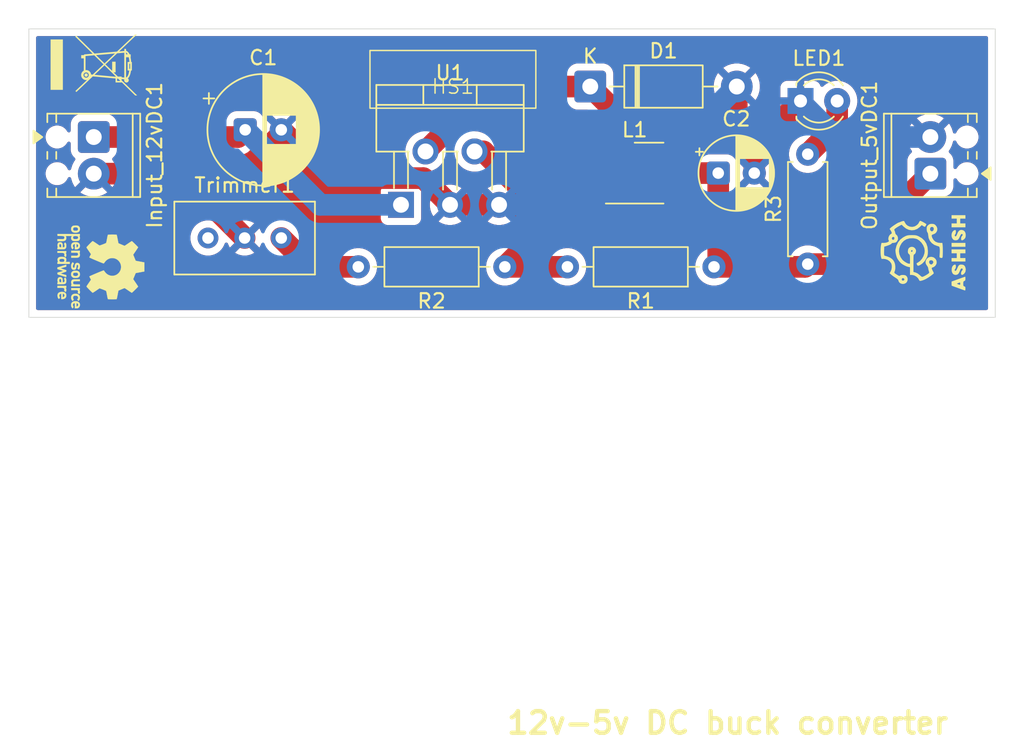
<source format=kicad_pcb>
(kicad_pcb (version 20241229) (generator "pcbnew") (generator_version "9.0")
  (layers (0 "F.Cu" signal) (2 "B.Cu" signal) (13 "F.Paste" user) (15 "B.Paste" user) (5 "F.SilkS" user "F.Silkscreen") (7 "B.SilkS" user "B.Silkscreen") (1 "F.Mask" user) (3 "B.Mask" user) (25 "Edge.Cuts" user))
  (net 0 "")
  (net 1 "GND")
  (net 2 "Net-(Input_12vDC1-Pin_1)")
  (net 3 "Net-(Output_5vDC1-Pin_1)")
  (net 4 "Net-(D1-K)")
  (net 5 "Net-(LED1-A)")
  (net 6 "Net-(U1-FB)")
  (net 7 "Net-(R2-Pad2)")
  (footprint "Potentiometer_THT:Potentiometer_Bourns_3296W_Vertical" (layer "F.Cu") (at 171 156)
    (property "Reference" "Trimmer1" (at -2.54 -3.66 0) (layer "F.SilkS"))
    (property "Value" "~")
    (pad "1" thru_hole circle (at 0 0) (size 1.44 1.44) (drill 0.8) (layers "*.Cu" "*.Mask") (net 7 "Net-(R2-Pad2)"))
    (pad "2" thru_hole circle (at -2.54 0) (size 1.44 1.44) (drill 0.8) (layers "*.Cu" "*.Mask") (net 1 "GND"))
    (pad "3" thru_hole circle (at -5.08 0) (size 1.44 1.44) (drill 0.8) (layers "*.Cu" "*.Mask"))
  )
  (footprint "LED_THT:LED_D3.0mm" (layer "F.Cu") (at 207 146.5)
    (property "Reference" "LED1" (at 1.27 -2.96 0) (layer "F.SilkS"))
    (property "Value" "~")
    (pad "1" thru_hole rect (at 0 0) (size 1.8 1.8) (drill 0.9) (layers "*.Cu" "*.Mask") (net 1 "GND"))
    (pad "2" thru_hole circle (at 2.54 0) (size 1.8 1.8) (drill 0.9) (layers "*.Cu" "*.Mask") (net 5 "Net-(LED1-A)"))
  )
  (footprint "Symbol:WEEE-Logo_4.2x6mm_SilkScreen" (layer "F.Cu") (at 158 144 -90)
    (property "Reference" "REF**" (hide yes))
    (property "Value" "WEEE-Logo_4.2x6mm_SilkScreen" (hide yes))
  )
  (footprint "Capacitor_THT:CP_Radial_D7.5mm_P2.50mm" (layer "F.Cu") (at 168.5 148.5)
    (property "Reference" "C1" (at 1.25 -5 0) (layer "F.SilkS"))
    (property "Value" "~")
    (pad "1" thru_hole roundrect (at 0 0) (size 1.6 1.6) (drill 0.8) (layers "*.Cu" "*.Mask") (roundrect_rratio 0.15625) (net 2 "Net-(Input_12vDC1-Pin_1)"))
    (pad "2" thru_hole circle (at 2.5 0) (size 1.6 1.6) (drill 0.8) (layers "*.Cu" "*.Mask") (net 1 "GND"))
  )
  (footprint "Resistor_THT:R_Axial_DIN0207_L6.3mm_D2.5mm_P10.16mm_Horizontal" (layer "F.Cu") (at 186.5 158 180)
    (property "Reference" "R2" (at 5.08 -2.37 0) (layer "F.SilkS"))
    (property "Value" "3k")
    (pad "1" thru_hole circle (at 0 0 180) (size 1.6 1.6) (drill 0.8) (layers "*.Cu" "*.Mask") (net 6 "Net-(U1-FB)"))
    (pad "2" thru_hole circle (at 10.16 0 180) (size 1.6 1.6) (drill 0.8) (layers "*.Cu" "*.Mask") (net 7 "Net-(R2-Pad2)"))
  )
  (footprint "Symbol:OSHW-Logo_5.7x6mm_SilkScreen" (layer "F.Cu") (at 158.5 158 -90)
    (property "Reference" "REF**" (hide yes))
    (property "Value" "OSHW-Logo_5.7x6mm_SilkScreen" (hide yes))
  )
  (footprint "Package_TO_SOT_THT:TO-220-5_P3.4x3.7mm_StaggerOdd_Lead3.8mm_Vertical" (layer "F.Cu") (at 179.3 153.7)
    (property "Reference" "U1" (at 3.4 -9.15 0) (layer "F.SilkS"))
    (property "Value" "LM2596T-5")
    (pad "1" thru_hole rect (at 0 0) (size 1.8 1.8) (drill 1.1) (layers "*.Cu" "*.Mask") (net 2 "Net-(Input_12vDC1-Pin_1)"))
    (pad "2" thru_hole circle (at 1.7 -3.7) (size 1.8 1.8) (drill 1.1) (layers "*.Cu" "*.Mask") (net 4 "Net-(D1-K)"))
    (pad "3" thru_hole circle (at 3.4 0) (size 1.8 1.8) (drill 1.1) (layers "*.Cu" "*.Mask") (net 1 "GND"))
    (pad "4" thru_hole circle (at 5.1 -3.7) (size 1.8 1.8) (drill 1.1) (layers "*.Cu" "*.Mask") (net 6 "Net-(U1-FB)"))
    (pad "5" thru_hole circle (at 6.8 0) (size 1.8 1.8) (drill 1.1) (layers "*.Cu" "*.Mask") (net 1 "GND"))
  )
  (footprint "Resistor_THT:R_Axial_DIN0207_L6.3mm_D2.5mm_P7.62mm_Horizontal" (layer "F.Cu") (at 207.5 157.81 90)
    (property "Reference" "R3" (at 3.81 -2.37 90) (layer "F.SilkS"))
    (property "Value" "~")
    (pad "1" thru_hole circle (at 0 0 90) (size 1.6 1.6) (drill 0.8) (layers "*.Cu" "*.Mask") (net 3 "Net-(Output_5vDC1-Pin_1)"))
    (pad "2" thru_hole circle (at 7.62 0 90) (size 1.6 1.6) (drill 0.8) (layers "*.Cu" "*.Mask") (net 5 "Net-(LED1-A)"))
  )
  (footprint "Heatsink:Heatsink_TO220" (layer "F.Cu") (at 182.9 146)
    (property "Reference" "HS1" (at 0 -0.5 0) (layer "F.SilkS") (effects (font (thickness 0.1))))
    (property "Value" "Heatsink")
  )
  (footprint "TerminalBlock_Phoenix:TerminalBlock_Phoenix_MPT-0,5-2-2.54_1x02_P2.54mm_Horizontal" (layer "F.Cu") (at 216 151.54 90)
    (property "Reference" "Output_5vDC1" (at 1.27 -4.22 90) (layer "F.SilkS"))
    (property "Value" "~")
    (pad "" np_thru_hole circle (at 0 2.54 90) (size 1.1 1.1) (drill 1.1) (layers "*.Cu" "*.Mask"))
    (pad "" np_thru_hole circle (at 2.54 2.54 90) (size 1.1 1.1) (drill 1.1) (layers "*.Cu" "*.Mask"))
    (pad "1" thru_hole roundrect (at 0 0 90) (size 2.2 2.2) (drill 1.1) (layers "*.Cu" "*.Mask") (roundrect_rratio 0.113636) (net 3 "Net-(Output_5vDC1-Pin_1)"))
    (pad "2" thru_hole circle (at 2.54 0 90) (size 2.2 2.2) (drill 1.1) (layers "*.Cu" "*.Mask") (net 1 "GND"))
  )
  (footprint "logo 15x15" (layer "F.Cu") (at 216 157 90)
    (property "Reference" "G***" (hide yes))
    (property "Value" "LOGO" (hide yes))
  )
  (footprint "Resistor_THT:R_Axial_DIN0207_L6.3mm_D2.5mm_P10.16mm_Horizontal" (layer "F.Cu") (at 201 158 180)
    (property "Reference" "R1" (at 5.08 -2.37 0) (layer "F.SilkS"))
    (property "Value" "1k")
    (pad "1" thru_hole circle (at 0 0 180) (size 1.6 1.6) (drill 0.8) (layers "*.Cu" "*.Mask") (net 3 "Net-(Output_5vDC1-Pin_1)"))
    (pad "2" thru_hole circle (at 10.16 0 180) (size 1.6 1.6) (drill 0.8) (layers "*.Cu" "*.Mask") (net 6 "Net-(U1-FB)"))
  )
  (footprint "Diode_THT:D_DO-41_SOD81_P10.16mm_Horizontal" (layer "F.Cu") (at 192.42 145.5)
    (property "Reference" "D1" (at 5.08 -2.47 0) (layer "F.SilkS"))
    (property "Value" "~")
    (fp_text user "K" (at 0 -2.1 0) (layer "F.SilkS"))
    (pad "1" thru_hole roundrect (at 0 0) (size 2.2 2.2) (drill 1.1) (layers "*.Cu" "*.Mask") (roundrect_rratio 0.113636) (net 4 "Net-(D1-K)"))
    (pad "2" thru_hole circle (at 10.16 0) (size 2.2 2.2) (drill 1.1) (layers "*.Cu" "*.Mask") (net 1 "GND"))
  )
  (footprint "Inductor_SMD_Wurth:L_Wurth_WE-LQSH-4020" (layer "F.Cu") (at 195.5 151.5)
    (property "Reference" "L1" (at 0 -3 0) (layer "F.SilkS"))
    (property "Value" "68uH")
    (pad "1" smd rect (at -1.55 0) (size 1.2 3.3) (layers "F.Cu" "F.Mask" "F.Paste") (net 4 "Net-(D1-K)"))
    (pad "2" smd rect (at 1.55 0) (size 1.2 3.3) (layers "F.Cu" "F.Mask" "F.Paste") (net 3 "Net-(Output_5vDC1-Pin_1)"))
  )
  (footprint "Capacitor_THT:CP_Radial_D5.0mm_P2.50mm" (layer "F.Cu") (at 201.294888 151.5)
    (property "Reference" "C2" (at 1.25 -3.75 0) (layer "F.SilkS"))
    (property "Value" "~")
    (pad "1" thru_hole roundrect (at 0 0) (size 1.6 1.6) (drill 0.8) (layers "*.Cu" "*.Mask") (roundrect_rratio 0.15625) (net 3 "Net-(Output_5vDC1-Pin_1)"))
    (pad "2" thru_hole circle (at 2.5 0) (size 1.6 1.6) (drill 0.8) (layers "*.Cu" "*.Mask") (net 1 "GND"))
  )
  (footprint "TerminalBlock_Phoenix:TerminalBlock_Phoenix_MPT-0,5-2-2.54_1x02_P2.54mm_Horizontal" (layer "F.Cu") (at 158 149 -90)
    (property "Reference" "Input_12vDC1" (at 1.27 -4.22 270) (layer "F.SilkS"))
    (property "Value" "~")
    (pad "" np_thru_hole circle (at 0 2.54 270) (size 1.1 1.1) (drill 1.1) (layers "*.Cu" "*.Mask"))
    (pad "" np_thru_hole circle (at 2.54 2.54 270) (size 1.1 1.1) (drill 1.1) (layers "*.Cu" "*.Mask"))
    (pad "1" thru_hole roundrect (at 0 0 270) (size 2.2 2.2) (drill 1.1) (layers "*.Cu" "*.Mask") (roundrect_rratio 0.113636) (net 2 "Net-(Input_12vDC1-Pin_1)"))
    (pad "2" thru_hole circle (at 2.54 0 270) (size 2.2 2.2) (drill 1.1) (layers "*.Cu" "*.Mask") (net 1 "GND"))
  )
  (gr_rect (start 153.5 141.5) (end 220.5 161.5) (stroke (width 0.05)) (fill no) (layer "Edge.Cuts"))
  (gr_text "12v-5v DC buck converter\n" (at 186.5 190.5 0) (layer "F.SilkS") (effects (font (size 1.5 1.5) (thickness 0.3) (bold yes)) (justify left bottom)))
  (segment (start 180.849 151.849) (end 182.7 153.7) (width 1.5) (layer "F.Cu") (net 1))
  (segment (start 182.7 153.7) (end 186.1 153.7) (width 1.5) (layer "F.Cu") (net 1))
  (segment (start 171 148.805398) (end 171 148.5) (width 1.5) (layer "F.Cu") (net 1))
  (segment (start 207 146.5) (end 203.794888 149.705112) (width 1.5) (layer "F.Cu") (net 1))
  (segment (start 174.349 151.849) (end 180.849 151.849) (width 1.5) (layer "F.Cu") (net 1))
  (segment (start 202.58 145.5) (end 202.58 148.490224) (width 1.5) (layer "F.Cu") (net 1))
  (segment (start 171 148.5) (end 174.349 151.849) (width 1.5) (layer "F.Cu") (net 1))
  (segment (start 164 151.54) (end 168.46 156) (width 1.5) (layer "F.Cu") (net 1))
  (segment (start 164 151.54) (end 168.265398 151.54) (width 1.5) (layer "F.Cu") (net 1))
  (segment (start 202.58 148.490224) (end 203.794888 149.705112) (width 1.5) (layer "F.Cu") (net 1))
  (segment (start 168.265398 151.54) (end 171 148.805398) (width 1.5) (layer "F.Cu") (net 1))
  (segment (start 203.794888 149.705112) (end 203.794888 151.5) (width 1.5) (layer "F.Cu") (net 1))
  (segment (start 158 151.54) (end 164 151.54) (width 1.5) (layer "F.Cu") (net 1))
  (segment (start 216 149) (end 209.42229 149) (width 1.5) (layer "B.Cu") (net 1))
  (segment (start 207 146.57771) (end 207 146.5) (width 1.5) (layer "B.Cu") (net 1))
  (segment (start 186.1 153.7) (end 194.38 153.7) (width 1.5) (layer "B.Cu") (net 1))
  (segment (start 209.42229 149) (end 207 146.57771) (width 1.5) (layer "B.Cu") (net 1))
  (segment (start 194.38 153.7) (end 202.58 145.5) (width 1.5) (layer "B.Cu") (net 1))
  (segment (start 168 149) (end 168.5 148.5) (width 1.5) (layer "F.Cu") (net 2))
  (segment (start 158 149) (end 168 149) (width 1.5) (layer "F.Cu") (net 2))
  (segment (start 179.3 153.7) (end 173.7 153.7) (width 1.5) (layer "B.Cu") (net 2))
  (segment (start 173.7 153.7) (end 168.5 148.5) (width 1.5) (layer "B.Cu") (net 2))
  (segment (start 207.5 157.81) (end 209.73 157.81) (width 1.5) (layer "F.Cu") (net 3))
  (segment (start 207.31 158) (end 207.5 157.81) (width 1.5) (layer "F.Cu") (net 3))
  (segment (start 201.294888 151.5) (end 201.294888 157.705112) (width 1.5) (layer "F.Cu") (net 3))
  (segment (start 209.73 157.81) (end 216 151.54) (width 1.5) (layer "F.Cu") (net 3))
  (segment (start 201.294888 157.705112) (end 201 158) (width 1.5) (layer "F.Cu") (net 3))
  (segment (start 197.05 151.5) (end 201.294888 151.5) (width 1.5) (layer "F.Cu") (net 3))
  (segment (start 201 158) (end 207.31 158) (width 1.5) (layer "F.Cu") (net 3))
  (segment (start 193.95 147.03) (end 192.42 145.5) (width 1.5) (layer "F.Cu") (net 4))
  (segment (start 185.5 145.5) (end 192.42 145.5) (width 1.5) (layer "F.Cu") (net 4))
  (segment (start 193.95 151.5) (end 193.95 147.03) (width 1.5) (layer "F.Cu") (net 4))
  (segment (start 181 150) (end 185.5 145.5) (width 1.5) (layer "F.Cu") (net 4))
  (segment (start 209.54 146.5) (end 209.54 148.15) (width 1.5) (layer "F.Cu") (net 5))
  (segment (start 209.54 148.15) (end 207.5 150.19) (width 1.5) (layer "F.Cu") (net 5))
  (segment (start 184.4 150) (end 185.01771 150) (width 1.5) (layer "F.Cu") (net 6))
  (segment (start 190.84 158) (end 186.5 158) (width 1.5) (layer "F.Cu") (net 6))
  (segment (start 187.951 156.549) (end 186.5 158) (width 1.5) (layer "F.Cu") (net 6))
  (segment (start 185.01771 150) (end 187.951 152.93329) (width 1.5) (layer "F.Cu") (net 6))
  (segment (start 187.951 152.93329) (end 187.951 156.549) (width 1.5) (layer "F.Cu") (net 6))
  (segment (start 176.34 158) (end 173 158) (width 1.5) (layer "F.Cu") (net 7))
  (segment (start 173 158) (end 171 156) (width 1.5) (layer "F.Cu") (net 7))
  (zone (net 1) (net_name "GND") (layer "F.Cu") (priority 1) (connect_pads (clearance 0.5)) (min_thickness 0.25) (fill yes (thermal_gap 0.5) (thermal_bridge_width 0.5))
    (polygon (pts (xy 221.5 140.5) (xy 153.5 140.5) (xy 153.5 162.5) (xy 219.5 162.5) (xy 221.5 160.5)))
  )
  (zone (net 1) (net_name "GND") (layer "B.Cu") (connect_pads (clearance 0.5)) (min_thickness 0.25) (fill yes (thermal_gap 0.5) (thermal_bridge_width 0.5))
    (polygon (pts (xy 222.5 139.5) (xy 151.5 139.5) (xy 151.5 164) (xy 218 164) (xy 222.5 159.5)))
  )
)
</source>
